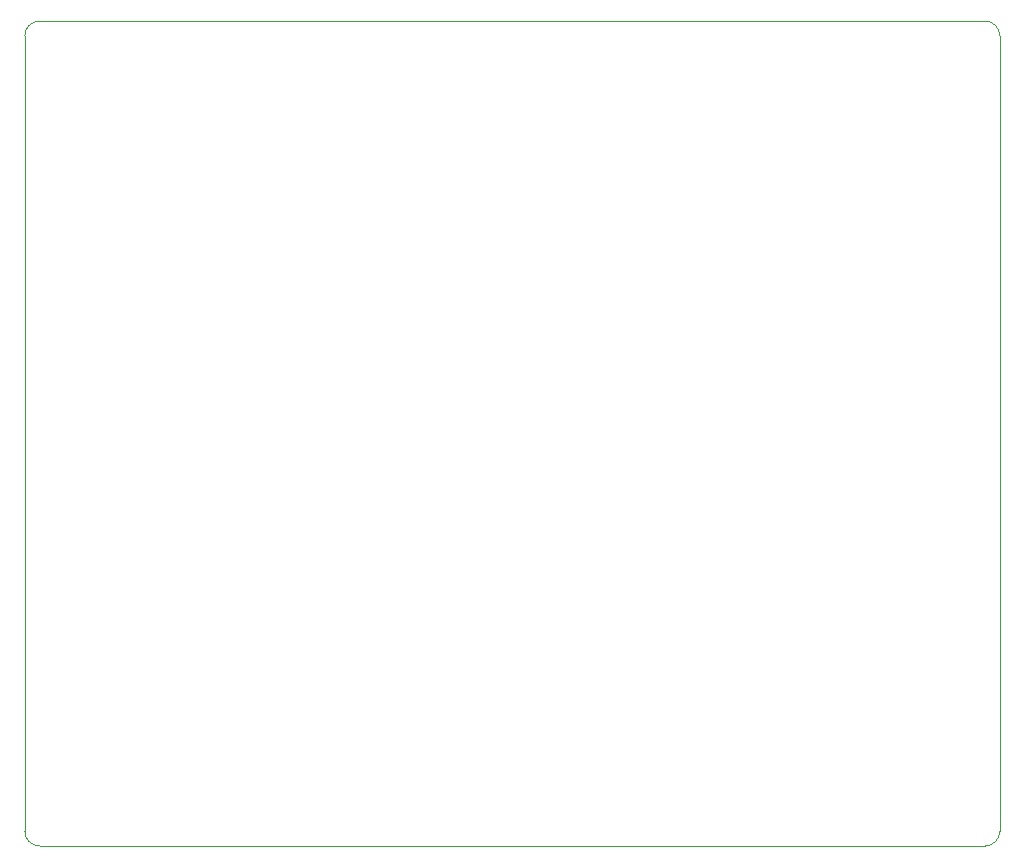
<source format=gm1>
%TF.GenerationSoftware,KiCad,Pcbnew,9.0.3*%
%TF.CreationDate,2025-08-01T18:14:25+01:00*%
%TF.ProjectId,bcm-power-supply,62636d2d-706f-4776-9572-2d737570706c,rev01*%
%TF.SameCoordinates,Original*%
%TF.FileFunction,Profile,NP*%
%FSLAX46Y46*%
G04 Gerber Fmt 4.6, Leading zero omitted, Abs format (unit mm)*
G04 Created by KiCad (PCBNEW 9.0.3) date 2025-08-01 18:14:25*
%MOMM*%
%LPD*%
G01*
G04 APERTURE LIST*
%TA.AperFunction,Profile*%
%ADD10C,0.050000*%
%TD*%
G04 APERTURE END LIST*
D10*
X60198001Y-61468001D02*
G75*
G02*
X61468001Y-60198001I1269999J1D01*
G01*
X60198000Y-129032000D02*
X60198002Y-61468001D01*
X61468001Y-130302000D02*
G75*
G02*
X60198000Y-129032000I-1J1270000D01*
G01*
X141731999Y-130301999D02*
X61468001Y-130302000D01*
X141732000Y-60198000D02*
G75*
G02*
X143002000Y-61468000I0J-1270000D01*
G01*
X61468001Y-60198002D02*
X141732000Y-60198000D01*
X143001999Y-129031999D02*
G75*
G02*
X141731999Y-130301999I-1269999J-1D01*
G01*
X143002000Y-61468000D02*
X143001998Y-129031999D01*
M02*

</source>
